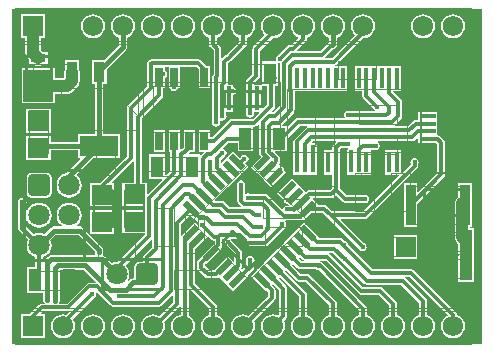
<source format=gtl>
G04*
G04 #@! TF.GenerationSoftware,Altium Limited,Altium Designer,20.0.9 (164)*
G04*
G04 Layer_Physical_Order=1*
G04 Layer_Color=255*
%FSLAX25Y25*%
%MOIN*%
G70*
G01*
G75*
%ADD10C,0.01000*%
%ADD12C,0.01575*%
%ADD14C,0.00787*%
%ADD15C,0.00394*%
%ADD16C,0.00197*%
%ADD34R,0.10000X0.10512*%
%ADD35R,0.05000X0.03000*%
%ADD36R,0.04055X0.07362*%
%ADD37R,0.06890X0.06693*%
%ADD38R,0.07480X0.08268*%
%ADD39R,0.07480X0.05906*%
%ADD40R,0.05315X0.01575*%
%ADD41R,0.04134X0.07087*%
G04:AMPARAMS|DCode=42|XSize=59.06mil|YSize=19.68mil|CornerRadius=0mil|HoleSize=0mil|Usage=FLASHONLY|Rotation=45.000|XOffset=0mil|YOffset=0mil|HoleType=Round|Shape=Rectangle|*
%AMROTATEDRECTD42*
4,1,4,-0.01392,-0.02784,-0.02784,-0.01392,0.01392,0.02784,0.02784,0.01392,-0.01392,-0.02784,0.0*
%
%ADD42ROTATEDRECTD42*%

G04:AMPARAMS|DCode=43|XSize=59.06mil|YSize=19.68mil|CornerRadius=0mil|HoleSize=0mil|Usage=FLASHONLY|Rotation=135.000|XOffset=0mil|YOffset=0mil|HoleType=Round|Shape=Rectangle|*
%AMROTATEDRECTD43*
4,1,4,0.02784,-0.01392,0.01392,-0.02784,-0.02784,0.01392,-0.01392,0.02784,0.02784,-0.01392,0.0*
%
%ADD43ROTATEDRECTD43*%

%ADD44R,0.03740X0.06890*%
%ADD45R,0.12598X0.06890*%
%ADD46R,0.01575X0.07087*%
%ADD47R,0.02559X0.06004*%
%ADD48R,0.01575X0.07874*%
%ADD49R,0.06693X0.06890*%
%ADD50R,0.03347X0.13504*%
%ADD51R,0.06791X0.06791*%
%ADD52C,0.06791*%
%ADD53C,0.05709*%
%ADD54C,0.07087*%
G04:AMPARAMS|DCode=55|XSize=70.87mil|YSize=70.87mil|CornerRadius=8.86mil|HoleSize=0mil|Usage=FLASHONLY|Rotation=270.000|XOffset=0mil|YOffset=0mil|HoleType=Round|Shape=RoundedRectangle|*
%AMROUNDEDRECTD55*
21,1,0.07087,0.05315,0,0,270.0*
21,1,0.05315,0.07087,0,0,270.0*
1,1,0.01772,-0.02657,-0.02657*
1,1,0.01772,-0.02657,0.02657*
1,1,0.01772,0.02657,0.02657*
1,1,0.01772,0.02657,-0.02657*
%
%ADD55ROUNDEDRECTD55*%
G04:AMPARAMS|DCode=56|XSize=70.87mil|YSize=70.87mil|CornerRadius=8.86mil|HoleSize=0mil|Usage=FLASHONLY|Rotation=180.000|XOffset=0mil|YOffset=0mil|HoleType=Round|Shape=RoundedRectangle|*
%AMROUNDEDRECTD56*
21,1,0.07087,0.05315,0,0,180.0*
21,1,0.05315,0.07087,0,0,180.0*
1,1,0.01772,-0.02657,0.02657*
1,1,0.01772,0.02657,0.02657*
1,1,0.01772,0.02657,-0.02657*
1,1,0.01772,-0.02657,-0.02657*
%
%ADD56ROUNDEDRECTD56*%
%ADD57C,0.01378*%
%ADD58C,0.03937*%
%ADD59C,0.01575*%
G36*
X157087Y394D02*
X394D01*
Y112205D01*
X157087D01*
Y394D01*
D02*
G37*
%LPC*%
G36*
X147480Y110320D02*
X146440Y110183D01*
X145470Y109781D01*
X144637Y109142D01*
X143998Y108309D01*
X143597Y107340D01*
X143460Y106299D01*
X143597Y105259D01*
X143998Y104289D01*
X144637Y103456D01*
X145470Y102817D01*
X146440Y102416D01*
X147480Y102279D01*
X148521Y102416D01*
X149491Y102817D01*
X150323Y103456D01*
X150962Y104289D01*
X151364Y105259D01*
X151501Y106299D01*
X151364Y107340D01*
X150962Y108309D01*
X150323Y109142D01*
X149491Y109781D01*
X148521Y110183D01*
X147480Y110320D01*
D02*
G37*
G36*
X137480D02*
X136440Y110183D01*
X135470Y109781D01*
X134637Y109142D01*
X133998Y108309D01*
X133597Y107340D01*
X133460Y106299D01*
X133597Y105259D01*
X133998Y104289D01*
X134637Y103456D01*
X135470Y102817D01*
X136440Y102416D01*
X137480Y102279D01*
X138521Y102416D01*
X139491Y102817D01*
X140323Y103456D01*
X140962Y104289D01*
X141364Y105259D01*
X141501Y106299D01*
X141364Y107340D01*
X140962Y108309D01*
X140323Y109142D01*
X139491Y109781D01*
X138521Y110183D01*
X137480Y110320D01*
D02*
G37*
G36*
X57480D02*
X56440Y110183D01*
X55470Y109781D01*
X54637Y109142D01*
X53998Y108309D01*
X53597Y107340D01*
X53460Y106299D01*
X53597Y105259D01*
X53998Y104289D01*
X54637Y103456D01*
X55470Y102817D01*
X56440Y102416D01*
X57480Y102279D01*
X58521Y102416D01*
X59491Y102817D01*
X60323Y103456D01*
X60962Y104289D01*
X61364Y105259D01*
X61501Y106299D01*
X61364Y107340D01*
X60962Y108309D01*
X60323Y109142D01*
X59491Y109781D01*
X58521Y110183D01*
X57480Y110320D01*
D02*
G37*
G36*
X47480D02*
X46440Y110183D01*
X45470Y109781D01*
X44637Y109142D01*
X43998Y108309D01*
X43597Y107340D01*
X43460Y106299D01*
X43597Y105259D01*
X43998Y104289D01*
X44637Y103456D01*
X45470Y102817D01*
X46440Y102416D01*
X47480Y102279D01*
X48521Y102416D01*
X49491Y102817D01*
X50323Y103456D01*
X50962Y104289D01*
X51364Y105259D01*
X51501Y106299D01*
X51364Y107340D01*
X50962Y108309D01*
X50323Y109142D01*
X49491Y109781D01*
X48521Y110183D01*
X47480Y110320D01*
D02*
G37*
G36*
X27480D02*
X26440Y110183D01*
X25470Y109781D01*
X24637Y109142D01*
X23998Y108309D01*
X23597Y107340D01*
X23460Y106299D01*
X23597Y105259D01*
X23998Y104289D01*
X24637Y103456D01*
X25470Y102817D01*
X26440Y102416D01*
X27480Y102279D01*
X28521Y102416D01*
X29491Y102817D01*
X30323Y103456D01*
X30962Y104289D01*
X31364Y105259D01*
X31501Y106299D01*
X31364Y107340D01*
X30962Y108309D01*
X30323Y109142D01*
X29491Y109781D01*
X28521Y110183D01*
X27480Y110320D01*
D02*
G37*
G36*
X117480D02*
X116440Y110183D01*
X115470Y109781D01*
X114637Y109142D01*
X113998Y108309D01*
X113597Y107340D01*
X113460Y106299D01*
X113597Y105259D01*
X113998Y104289D01*
X114637Y103456D01*
X114650Y103269D01*
X107174Y95793D01*
X104982D01*
X104906Y95975D01*
X107652Y98721D01*
X108080Y99007D01*
X108474Y99400D01*
X108778Y99856D01*
X108885Y100394D01*
Y102567D01*
X109491Y102817D01*
X110323Y103456D01*
X110962Y104289D01*
X111364Y105259D01*
X111501Y106299D01*
X111364Y107340D01*
X110962Y108309D01*
X110323Y109142D01*
X109491Y109781D01*
X108521Y110183D01*
X107480Y110320D01*
X106440Y110183D01*
X105470Y109781D01*
X104637Y109142D01*
X103998Y108309D01*
X103597Y107340D01*
X103460Y106299D01*
X103597Y105259D01*
X103998Y104289D01*
X104637Y103456D01*
X105470Y102817D01*
X106075Y102567D01*
Y100967D01*
X105807Y100566D01*
X103200Y97958D01*
X95336D01*
X95261Y98140D01*
X98403Y101282D01*
X98686Y101706D01*
X98785Y102205D01*
Y102525D01*
X99491Y102817D01*
X100323Y103456D01*
X100962Y104289D01*
X101364Y105259D01*
X101501Y106299D01*
X101364Y107340D01*
X100962Y108309D01*
X100323Y109142D01*
X99491Y109781D01*
X98521Y110183D01*
X97480Y110320D01*
X96440Y110183D01*
X95470Y109781D01*
X94637Y109142D01*
X93998Y108309D01*
X93597Y107340D01*
X93460Y106299D01*
X93597Y105259D01*
X93998Y104289D01*
X94637Y103456D01*
X95470Y102817D01*
X95856Y102657D01*
X95895Y102464D01*
X93554Y100124D01*
X93119D01*
X92620Y100024D01*
X92196Y99741D01*
X89234Y96779D01*
X88807Y96493D01*
X88502Y96038D01*
X88395Y95500D01*
X88502Y94962D01*
X88571Y94859D01*
X88478Y94685D01*
X83957D01*
Y86417D01*
X85494D01*
Y80252D01*
X83843Y78602D01*
X83661Y78677D01*
Y83253D01*
X83669Y83258D01*
X83974Y83714D01*
X84081Y84251D01*
X83974Y84789D01*
X83669Y85245D01*
X83661Y85250D01*
Y86811D01*
X81127D01*
Y87276D01*
X82812Y88961D01*
X83095Y89384D01*
X83194Y89883D01*
Y98123D01*
X87365Y102294D01*
X87480Y102279D01*
X88521Y102416D01*
X89491Y102817D01*
X90323Y103456D01*
X90962Y104289D01*
X91364Y105259D01*
X91501Y106299D01*
X91364Y107340D01*
X90962Y108309D01*
X90323Y109142D01*
X89491Y109781D01*
X88521Y110183D01*
X87480Y110320D01*
X86440Y110183D01*
X85470Y109781D01*
X84637Y109142D01*
X83998Y108309D01*
X83597Y107340D01*
X83460Y106299D01*
X83597Y105259D01*
X83998Y104289D01*
X84637Y103456D01*
X84650Y103268D01*
X80967Y99586D01*
X80685Y99162D01*
X80585Y98663D01*
Y90424D01*
X78900Y88739D01*
X78618Y88315D01*
X78518Y87816D01*
Y77767D01*
X78418Y77263D01*
X78525Y76725D01*
X78829Y76269D01*
X79285Y75964D01*
X79823Y75858D01*
X80361Y75964D01*
X80816Y76269D01*
X81121Y76725D01*
X81228Y77263D01*
X81160Y77604D01*
X81285Y77756D01*
X82740D01*
X82816Y77574D01*
X80677Y75435D01*
X73737D01*
X73238Y75336D01*
X72815Y75053D01*
X67129Y69368D01*
X66457D01*
Y71655D01*
X62717D01*
Y64470D01*
X64337D01*
X64412Y64289D01*
X63469Y63346D01*
X63287Y63421D01*
Y63583D01*
X59210D01*
X59128Y63779D01*
X59819Y64470D01*
X61457D01*
Y71655D01*
X57717D01*
Y66058D01*
X57436Y65777D01*
X57411Y65772D01*
X56988Y65489D01*
X56639Y65140D01*
X56457Y65215D01*
Y71655D01*
X52716D01*
Y64470D01*
X53282D01*
Y57936D01*
X51658Y56312D01*
X51476Y56388D01*
Y63583D01*
X46161D01*
Y55315D01*
X50404D01*
X50479Y55133D01*
X45556Y50210D01*
X45374Y50285D01*
Y54232D01*
X43726D01*
Y75542D01*
X50509Y82326D01*
X50792Y82749D01*
X50891Y83248D01*
Y85825D01*
X51457D01*
Y89015D01*
X51893Y89307D01*
X52198Y89762D01*
X52305Y90300D01*
X52198Y90838D01*
X51893Y91293D01*
X51457Y91585D01*
Y92790D01*
X52716D01*
Y85825D01*
X53023D01*
X53068Y85598D01*
X53373Y85142D01*
X53829Y84837D01*
X54366Y84730D01*
X54904Y84837D01*
X55360Y85142D01*
X55664Y85598D01*
X55710Y85825D01*
X56457D01*
Y92690D01*
X62060D01*
X62717Y92033D01*
Y85825D01*
X66457D01*
Y93010D01*
X65430D01*
X63523Y94917D01*
X63100Y95199D01*
X62600Y95299D01*
X56780D01*
X56778Y95300D01*
X56279Y95399D01*
X47224D01*
X46725Y95300D01*
X46435Y95106D01*
X46391Y95097D01*
X45936Y94793D01*
X45631Y94337D01*
X45609Y94224D01*
X45527Y94102D01*
X45428Y93602D01*
Y86303D01*
X39137Y80012D01*
X38854Y79589D01*
X38754Y79090D01*
Y62942D01*
X29946Y54134D01*
X26565D01*
Y46260D01*
X34636D01*
Y54134D01*
X33893D01*
X33818Y54316D01*
X40920Y61417D01*
X41117Y61336D01*
Y54232D01*
X37303D01*
Y46358D01*
X44854D01*
X44909Y46291D01*
Y45245D01*
X44854Y45177D01*
X37303D01*
Y37303D01*
X44854D01*
X44909Y37236D01*
Y36911D01*
X35748Y27750D01*
X35433Y27792D01*
X34354Y27650D01*
X33674Y27368D01*
X31466Y29576D01*
X31010Y29881D01*
X30637Y29955D01*
X30615Y29984D01*
X30562Y30171D01*
X30826Y30565D01*
X30933Y31102D01*
Y31890D01*
X30826Y32427D01*
X30521Y32883D01*
X24222Y39182D01*
X23766Y39487D01*
X23228Y39594D01*
X21801D01*
X21734Y39791D01*
X22474Y40359D01*
X23137Y41222D01*
X23553Y42228D01*
X23695Y43307D01*
X23553Y44386D01*
X23137Y45392D01*
X22474Y46255D01*
X21611Y46918D01*
X20605Y47335D01*
X19526Y47477D01*
X18447Y47335D01*
X17441Y46918D01*
X16578Y46255D01*
X15915Y45392D01*
X15498Y44386D01*
X15356Y43307D01*
X15498Y42228D01*
X15915Y41222D01*
X16578Y40359D01*
X17318Y39791D01*
X17251Y39594D01*
X14408D01*
X13870Y39487D01*
X13414Y39182D01*
X11285Y37053D01*
X10605Y37334D01*
X9526Y37477D01*
X8447Y37334D01*
X7666Y37011D01*
X5242Y39436D01*
Y42671D01*
X5438Y42683D01*
X5498Y42228D01*
X5915Y41222D01*
X6578Y40359D01*
X7441Y39696D01*
X8447Y39280D01*
X9526Y39138D01*
X10605Y39280D01*
X11611Y39696D01*
X12474Y40359D01*
X13137Y41222D01*
X13553Y42228D01*
X13695Y43307D01*
X13553Y44386D01*
X13137Y45392D01*
X12474Y46255D01*
X11611Y46918D01*
X10605Y47335D01*
X9526Y47477D01*
X8447Y47335D01*
X7441Y46918D01*
X6578Y46255D01*
X5915Y45392D01*
X5498Y44386D01*
X5438Y43931D01*
X5242Y43944D01*
Y47133D01*
X5342Y47638D01*
X5235Y48175D01*
X4930Y48631D01*
X4475Y48936D01*
X3937Y49043D01*
X3399Y48936D01*
X2944Y48631D01*
X2639Y48175D01*
X2532Y47638D01*
X2632Y47133D01*
Y38896D01*
X2732Y38397D01*
X3015Y37973D01*
X5822Y35166D01*
X5498Y34386D01*
X5356Y33307D01*
X5498Y32228D01*
X5915Y31222D01*
X6578Y30359D01*
X7441Y29696D01*
X8221Y29373D01*
Y25925D01*
X5571D01*
Y17382D01*
X10800D01*
Y15192D01*
X10907Y14654D01*
X11211Y14198D01*
X11372Y14091D01*
X11314Y13903D01*
X10382D01*
X9883Y13804D01*
X9460Y13521D01*
X6558Y10619D01*
X6335Y10285D01*
X3494D01*
Y2313D01*
X11467D01*
Y10285D01*
X10171D01*
X10096Y10467D01*
X10923Y11294D01*
X19291D01*
X19435Y11322D01*
X19532Y11141D01*
X18559Y10167D01*
X18521Y10183D01*
X17480Y10320D01*
X16440Y10183D01*
X15470Y9781D01*
X14637Y9142D01*
X13998Y8309D01*
X13597Y7340D01*
X13460Y6299D01*
X13597Y5259D01*
X13998Y4289D01*
X14637Y3456D01*
X15470Y2817D01*
X16440Y2416D01*
X17480Y2279D01*
X18521Y2416D01*
X19491Y2817D01*
X20323Y3456D01*
X20962Y4289D01*
X21364Y5259D01*
X21501Y6299D01*
X21364Y7340D01*
X20962Y8309D01*
X20714Y8633D01*
X28088Y16007D01*
X28371Y16430D01*
X28376Y16458D01*
X28463Y16588D01*
X28570Y17126D01*
X28463Y17664D01*
X28335Y17855D01*
X28488Y17981D01*
X33218Y13251D01*
X33641Y12968D01*
X34141Y12869D01*
X49606D01*
X50106Y12968D01*
X50529Y13251D01*
X54025Y16747D01*
X54207Y16672D01*
Y14320D01*
X49591Y9704D01*
X49491Y9781D01*
X48521Y10183D01*
X47480Y10320D01*
X46440Y10183D01*
X45470Y9781D01*
X44637Y9142D01*
X43998Y8309D01*
X43597Y7340D01*
X43460Y6299D01*
X43597Y5259D01*
X43998Y4289D01*
X44637Y3456D01*
X45470Y2817D01*
X46440Y2416D01*
X47480Y2279D01*
X48521Y2416D01*
X49491Y2817D01*
X50323Y3456D01*
X50962Y4289D01*
X51364Y5259D01*
X51501Y6299D01*
X51364Y7340D01*
X51233Y7656D01*
X56434Y12857D01*
X56516Y12979D01*
X56704Y12922D01*
Y10218D01*
X56440Y10183D01*
X55470Y9781D01*
X54637Y9142D01*
X53998Y8309D01*
X53597Y7340D01*
X53460Y6299D01*
X53597Y5259D01*
X53998Y4289D01*
X54637Y3456D01*
X55470Y2817D01*
X56440Y2416D01*
X57480Y2279D01*
X58521Y2416D01*
X59491Y2817D01*
X60323Y3456D01*
X60962Y4289D01*
X61364Y5259D01*
X61501Y6299D01*
X61364Y7340D01*
X60962Y8309D01*
X60323Y9142D01*
X59491Y9781D01*
X59313Y9855D01*
Y18865D01*
X59495Y18941D01*
X66176Y12260D01*
Y10074D01*
X65470Y9781D01*
X64637Y9142D01*
X63998Y8309D01*
X63597Y7340D01*
X63460Y6299D01*
X63597Y5259D01*
X63998Y4289D01*
X64637Y3456D01*
X65470Y2817D01*
X66440Y2416D01*
X67480Y2279D01*
X68521Y2416D01*
X69491Y2817D01*
X70323Y3456D01*
X70962Y4289D01*
X71364Y5259D01*
X71501Y6299D01*
X71364Y7340D01*
X70962Y8309D01*
X70323Y9142D01*
X69491Y9781D01*
X68785Y10074D01*
Y12800D01*
X68686Y13299D01*
X68403Y13723D01*
X61478Y20647D01*
Y32119D01*
X65726Y36366D01*
X66803Y35289D01*
X67227Y35006D01*
X67726Y34907D01*
X67996D01*
Y34183D01*
X63042Y29229D01*
X63233Y29038D01*
X62577Y28382D01*
X62295Y27959D01*
X62195Y27459D01*
Y25890D01*
X62295Y25390D01*
X62577Y24967D01*
X64845Y22700D01*
X65268Y22417D01*
X65768Y22318D01*
X68571D01*
X69070Y22417D01*
X69494Y22700D01*
X69571D01*
X69723Y22547D01*
X69723D01*
X71811Y20459D01*
X71951Y20320D01*
X72090Y20181D01*
X74178Y18093D01*
X79189Y23104D01*
X78998Y23295D01*
X80844Y25141D01*
X81126Y25565D01*
X81226Y26064D01*
Y27842D01*
X81326Y28346D01*
X81219Y28884D01*
X80915Y29340D01*
X80459Y29645D01*
X79921Y29751D01*
X79384Y29645D01*
X78928Y29340D01*
X78623Y28884D01*
X78516Y28346D01*
X78617Y27842D01*
Y26604D01*
X77270Y25258D01*
X77013Y25279D01*
X76962Y25331D01*
X76808Y25484D01*
X76808Y25560D01*
X77091Y25983D01*
X77190Y26483D01*
Y30807D01*
X77091Y31306D01*
X76808Y31730D01*
X73720Y34818D01*
X73457Y35211D01*
X73518Y35408D01*
X75827D01*
X77937Y33297D01*
X78360Y33015D01*
X78860Y32915D01*
X84920D01*
X85419Y33015D01*
X85843Y33297D01*
X91474Y38929D01*
X91756Y39352D01*
X91856Y39851D01*
Y40047D01*
X91956Y40551D01*
X91849Y41089D01*
X91633Y41412D01*
X91738Y41609D01*
X96771D01*
X97270Y41708D01*
X97641Y41956D01*
X97841Y41756D01*
X100155Y44071D01*
X104084D01*
X105770Y42385D01*
X105771Y42385D01*
X116044Y32111D01*
X116329Y31684D01*
X116785Y31379D01*
X117323Y31272D01*
X117860Y31379D01*
X118316Y31684D01*
X118621Y32140D01*
X118728Y32677D01*
X118621Y33215D01*
X118316Y33671D01*
X117889Y33956D01*
X110024Y41821D01*
X110100Y42002D01*
X118110D01*
X118609Y42102D01*
X119033Y42385D01*
X135568Y58920D01*
X135851Y59343D01*
X135950Y59842D01*
Y60519D01*
X136051Y61024D01*
X135944Y61561D01*
X135639Y62017D01*
X135183Y62322D01*
X134646Y62429D01*
X134108Y62322D01*
X133652Y62017D01*
X133348Y61561D01*
X133241Y61024D01*
X133341Y60519D01*
Y60383D01*
X130398Y57440D01*
X130217Y57516D01*
Y65158D01*
X124902D01*
Y56890D01*
X129591D01*
X129666Y56708D01*
X117570Y44612D01*
X107233D01*
X105547Y46298D01*
X105124Y46580D01*
X104625Y46680D01*
X103020D01*
X102852Y46767D01*
X102852Y46767D01*
X102852Y46767D01*
X100727Y48892D01*
X100808Y49089D01*
X106931D01*
X107430Y49188D01*
X107853Y49471D01*
X108366Y49984D01*
X110454Y47896D01*
X110877Y47614D01*
X111376Y47514D01*
X117606D01*
X118110Y47414D01*
X118648Y47521D01*
X119104Y47826D01*
X119408Y48281D01*
X119515Y48819D01*
X119408Y49356D01*
X119104Y49812D01*
X118648Y50117D01*
X118110Y50224D01*
X117606Y50124D01*
X111916D01*
X109671Y52369D01*
Y56890D01*
X109744D01*
Y65158D01*
X109744D01*
X109719Y65354D01*
X109989Y65624D01*
X112094D01*
X112308Y65582D01*
X112384Y65400D01*
X112222Y65158D01*
X112106D01*
Y64703D01*
X112079Y64567D01*
X112106Y64431D01*
Y56890D01*
X119980D01*
Y65158D01*
X120147Y65231D01*
X121149D01*
X121653Y65131D01*
X122191Y65237D01*
X122647Y65542D01*
X122951Y65998D01*
X123058Y66535D01*
X122951Y67073D01*
X122647Y67529D01*
X122256Y67790D01*
X122316Y67987D01*
X133907D01*
X134407Y68086D01*
X134830Y68369D01*
X135547Y69085D01*
X135729Y69010D01*
Y67310D01*
X141868D01*
X142298Y66881D01*
Y57450D01*
X135812Y50964D01*
X135630Y51039D01*
Y54016D01*
X131102D01*
Y39331D01*
X135630D01*
Y47092D01*
X144525Y55987D01*
X144808Y56410D01*
X144907Y56910D01*
Y67421D01*
X144808Y67921D01*
X144525Y68344D01*
X143258Y69611D01*
X142835Y69894D01*
X142335Y69993D01*
X142225D01*
Y74988D01*
Y77743D01*
X135729D01*
Y75111D01*
X135082D01*
X134583Y75012D01*
X134159Y74729D01*
X132389Y72958D01*
X127437D01*
X127417Y73155D01*
X127665Y73204D01*
X128088Y73487D01*
X130056Y75455D01*
X130339Y75879D01*
X130438Y76378D01*
Y81102D01*
X130339Y81602D01*
X130056Y82025D01*
X127584Y84497D01*
Y84842D01*
X128195D01*
X128202Y84837D01*
X128740Y84730D01*
X129278Y84837D01*
X129286Y84842D01*
X130217D01*
Y93110D01*
X121297D01*
X121161Y93137D01*
X121026Y93110D01*
X114665D01*
Y84842D01*
X117298D01*
Y82972D01*
X117397Y82473D01*
X117680Y82050D01*
X120768Y78962D01*
X121054Y78534D01*
X121444Y78273D01*
X121385Y78076D01*
X113103D01*
X112598Y78177D01*
X112061Y78070D01*
X111605Y77765D01*
X111300Y77309D01*
X111194Y76772D01*
X111300Y76234D01*
X111516Y75911D01*
X111411Y75714D01*
X95771D01*
X95271Y75615D01*
X94848Y75332D01*
X92249Y72733D01*
X92067Y72808D01*
Y73169D01*
X90647D01*
X90565Y73366D01*
X94230Y77030D01*
X94512Y77454D01*
X94612Y77953D01*
Y78308D01*
X94643Y78465D01*
Y84790D01*
X94686Y84842D01*
X112303D01*
Y93110D01*
X108282D01*
X108275Y93129D01*
X108250Y93307D01*
X108637Y93566D01*
X117365Y102294D01*
X117480Y102279D01*
X118521Y102416D01*
X119491Y102817D01*
X120323Y103456D01*
X120962Y104289D01*
X121364Y105259D01*
X121501Y106299D01*
X121364Y107340D01*
X120962Y108309D01*
X120323Y109142D01*
X119491Y109781D01*
X118521Y110183D01*
X117480Y110320D01*
D02*
G37*
G36*
X77480D02*
X76440Y110183D01*
X75470Y109781D01*
X74637Y109142D01*
X73998Y108309D01*
X73597Y107340D01*
X73460Y106299D01*
X73597Y105259D01*
X73998Y104289D01*
X74637Y103456D01*
X75470Y102817D01*
X76176Y102525D01*
Y101149D01*
X71847Y96820D01*
X71626Y96776D01*
X71202Y96493D01*
X70437Y95728D01*
X70255Y95803D01*
Y98819D01*
X70155Y99318D01*
X69873Y99741D01*
X68785Y100829D01*
Y102525D01*
X69491Y102817D01*
X70323Y103456D01*
X70962Y104289D01*
X71364Y105259D01*
X71501Y106299D01*
X71364Y107340D01*
X70962Y108309D01*
X70323Y109142D01*
X69491Y109781D01*
X68521Y110183D01*
X67480Y110320D01*
X66440Y110183D01*
X65470Y109781D01*
X64637Y109142D01*
X63998Y108309D01*
X63597Y107340D01*
X63460Y106299D01*
X63597Y105259D01*
X63998Y104289D01*
X64637Y103456D01*
X65470Y102817D01*
X66176Y102525D01*
Y100289D01*
X66275Y99789D01*
X66558Y99366D01*
X67646Y98278D01*
Y90404D01*
X67483Y90241D01*
X67200Y89818D01*
X67101Y89319D01*
X67195Y88844D01*
Y74805D01*
X67095Y74300D01*
X67202Y73762D01*
X67507Y73307D01*
X67962Y73002D01*
X68500Y72895D01*
X69038Y73002D01*
X69493Y73307D01*
X69798Y73762D01*
X69905Y74300D01*
X69805Y74805D01*
Y74926D01*
X69978Y75018D01*
X70033Y74981D01*
X70571Y74875D01*
X71109Y74981D01*
X71564Y75286D01*
X71869Y75742D01*
X71976Y76279D01*
X71876Y76784D01*
Y77756D01*
X74213D01*
Y83335D01*
X74275Y83348D01*
X74731Y83652D01*
X75035Y84108D01*
X75142Y84646D01*
X75035Y85183D01*
X74731Y85639D01*
X74275Y85944D01*
X74213Y85956D01*
Y86811D01*
X72478D01*
X72342Y87008D01*
X72420Y87402D01*
Y94021D01*
X72720Y94322D01*
X72942Y94366D01*
X73365Y94648D01*
X78482Y99765D01*
X78764Y100188D01*
X78864Y100687D01*
X78785Y101083D01*
Y102525D01*
X79491Y102817D01*
X80323Y103456D01*
X80962Y104289D01*
X81364Y105259D01*
X81501Y106299D01*
X81364Y107340D01*
X80962Y108309D01*
X80323Y109142D01*
X79491Y109781D01*
X78521Y110183D01*
X77480Y110320D01*
D02*
G37*
G36*
X11467Y110285D02*
X3494D01*
Y102313D01*
X4899D01*
Y97420D01*
X4987Y96752D01*
X5245Y96129D01*
X5655Y95595D01*
X6209Y95040D01*
Y93609D01*
X7690D01*
X8009Y93365D01*
X8632Y93107D01*
X9300Y93019D01*
X9968Y93107D01*
X10591Y93365D01*
X10910Y93609D01*
X12391D01*
Y97790D01*
X10760D01*
X10061Y98489D01*
Y102313D01*
X11467D01*
Y110285D01*
D02*
G37*
G36*
X22933Y95177D02*
X18012D01*
Y91888D01*
X17979Y91810D01*
X17891Y91142D01*
Y89042D01*
X17831Y88981D01*
X14890D01*
Y92291D01*
X3709D01*
Y80598D01*
X14890D01*
Y83819D01*
X18900D01*
X19568Y83907D01*
X20191Y84165D01*
X20725Y84575D01*
X22298Y86147D01*
X22708Y86682D01*
X22884Y87106D01*
X22933D01*
Y87226D01*
X22966Y87304D01*
X23054Y87972D01*
Y91142D01*
X22966Y91810D01*
X22933Y91888D01*
Y95177D01*
D02*
G37*
G36*
X13335Y78765D02*
X5265D01*
Y70891D01*
X13335D01*
Y78765D01*
D02*
G37*
G36*
X37480Y110320D02*
X36440Y110183D01*
X35470Y109781D01*
X34637Y109142D01*
X33998Y108309D01*
X33597Y107340D01*
X33460Y106299D01*
X33597Y105259D01*
X33998Y104289D01*
X34637Y103456D01*
X35470Y102817D01*
X36075Y102567D01*
Y100070D01*
X31182Y95177D01*
X27067D01*
Y87106D01*
X28123D01*
Y70374D01*
X22638D01*
Y67743D01*
X13335D01*
Y69709D01*
X5265D01*
Y61835D01*
X13335D01*
Y64934D01*
X22638D01*
Y62303D01*
X23248D01*
X23323Y62121D01*
X18550Y57348D01*
X18447Y57335D01*
X17441Y56918D01*
X16578Y56255D01*
X15915Y55392D01*
X15498Y54386D01*
X15356Y53307D01*
X15498Y52228D01*
X15915Y51222D01*
X16578Y50359D01*
X17441Y49696D01*
X18447Y49280D01*
X19526Y49138D01*
X20605Y49280D01*
X21611Y49696D01*
X22474Y50359D01*
X23137Y51222D01*
X23553Y52228D01*
X23695Y53307D01*
X23553Y54386D01*
X23137Y55392D01*
X22474Y56255D01*
X22003Y56617D01*
X21990Y56814D01*
X27479Y62303D01*
X36417D01*
Y70374D01*
X30933D01*
Y87106D01*
X31988D01*
Y92009D01*
X38474Y98495D01*
X38778Y98950D01*
X38885Y99488D01*
Y102567D01*
X39491Y102817D01*
X40323Y103456D01*
X40962Y104289D01*
X41364Y105259D01*
X41501Y106299D01*
X41364Y107340D01*
X40962Y108309D01*
X40323Y109142D01*
X39491Y109781D01*
X38521Y110183D01*
X37480Y110320D01*
D02*
G37*
G36*
X51457Y71655D02*
X47717D01*
Y64470D01*
X51457D01*
Y71655D01*
D02*
G37*
G36*
X12183Y57470D02*
X6868D01*
X6292Y57355D01*
X5804Y57029D01*
X5478Y56541D01*
X5363Y55965D01*
Y50650D01*
X5478Y50074D01*
X5804Y49585D01*
X6292Y49259D01*
X6868Y49144D01*
X12183D01*
X12759Y49259D01*
X13248Y49585D01*
X13574Y50074D01*
X13689Y50650D01*
Y55965D01*
X13574Y56541D01*
X13248Y57029D01*
X12759Y57355D01*
X12183Y57470D01*
D02*
G37*
G36*
X97841Y40921D02*
X95614Y38694D01*
Y38694D01*
X95614Y38694D01*
X93387Y36467D01*
X93387D01*
X93387Y36467D01*
X91299Y34379D01*
X91159Y34240D01*
X91020Y34100D01*
X89072Y32152D01*
X88932Y32013D01*
X88793Y31873D01*
X86844Y29925D01*
X86705Y29785D01*
X86566Y29646D01*
X84617Y27698D01*
X84478Y27558D01*
X84339Y27419D01*
X82390Y25470D01*
X82253Y25333D01*
X82112Y25192D01*
X80024Y23104D01*
X85035Y18093D01*
X85226Y18284D01*
X85703Y17807D01*
Y16288D01*
X79282Y9867D01*
X78521Y10183D01*
X77480Y10320D01*
X76440Y10183D01*
X75470Y9781D01*
X74637Y9142D01*
X73998Y8309D01*
X73597Y7340D01*
X73460Y6299D01*
X73597Y5259D01*
X73998Y4289D01*
X74637Y3456D01*
X75470Y2817D01*
X76440Y2416D01*
X77480Y2279D01*
X78521Y2416D01*
X79491Y2817D01*
X80323Y3456D01*
X80962Y4289D01*
X81364Y5259D01*
X81501Y6299D01*
X81364Y7340D01*
X81095Y7990D01*
X87930Y14826D01*
X88213Y15249D01*
X88313Y15748D01*
Y18347D01*
X88213Y18846D01*
X87930Y19270D01*
X87169Y20031D01*
Y20228D01*
X87239Y20297D01*
X87355Y20413D01*
X87551D01*
X89640Y18324D01*
Y10304D01*
X89227Y9890D01*
X88521Y10183D01*
X87480Y10320D01*
X86440Y10183D01*
X85470Y9781D01*
X84637Y9142D01*
X83998Y8309D01*
X83597Y7340D01*
X83460Y6299D01*
X83597Y5259D01*
X83998Y4289D01*
X84637Y3456D01*
X85470Y2817D01*
X86440Y2416D01*
X87480Y2279D01*
X88521Y2416D01*
X89491Y2817D01*
X90323Y3456D01*
X90962Y4289D01*
X91364Y5259D01*
X91501Y6299D01*
X91364Y7340D01*
X91072Y8045D01*
X91867Y8841D01*
X92150Y9264D01*
X92250Y9764D01*
Y18865D01*
X92150Y19364D01*
X91867Y19787D01*
X89396Y22258D01*
Y22455D01*
X89582Y22640D01*
X89779D01*
X96176Y16243D01*
Y10074D01*
X95470Y9781D01*
X94637Y9142D01*
X93998Y8309D01*
X93597Y7340D01*
X93460Y6299D01*
X93597Y5259D01*
X93998Y4289D01*
X94637Y3456D01*
X95470Y2817D01*
X96440Y2416D01*
X97480Y2279D01*
X98521Y2416D01*
X99491Y2817D01*
X100323Y3456D01*
X100962Y4289D01*
X101364Y5259D01*
X101501Y6299D01*
X101364Y7340D01*
X100962Y8309D01*
X100323Y9142D01*
X99491Y9781D01*
X98785Y10074D01*
Y16783D01*
X98686Y17282D01*
X98403Y17706D01*
X91624Y24485D01*
Y24682D01*
X91809Y24867D01*
X92006D01*
X95337Y21535D01*
X95761Y21253D01*
X96260Y21153D01*
X98432D01*
X106176Y13410D01*
Y10074D01*
X105470Y9781D01*
X104637Y9142D01*
X103998Y8309D01*
X103597Y7340D01*
X103460Y6299D01*
X103597Y5259D01*
X103998Y4289D01*
X104637Y3456D01*
X105470Y2817D01*
X106440Y2416D01*
X107480Y2279D01*
X108521Y2416D01*
X109491Y2817D01*
X110323Y3456D01*
X110962Y4289D01*
X111364Y5259D01*
X111501Y6299D01*
X111364Y7340D01*
X110962Y8309D01*
X110323Y9142D01*
X109491Y9781D01*
X108785Y10074D01*
Y13950D01*
X108686Y14449D01*
X108403Y14873D01*
X99895Y23380D01*
X99472Y23663D01*
X98972Y23763D01*
X96800D01*
X93851Y26712D01*
X93851Y26909D01*
X93943Y27002D01*
X94036Y27094D01*
X94233D01*
X95576Y25751D01*
X95999Y25468D01*
X96499Y25369D01*
X101786D01*
X102218Y25080D01*
X102756Y24973D01*
X102849Y24991D01*
X116176Y11664D01*
Y10074D01*
X115470Y9781D01*
X114637Y9142D01*
X113998Y8309D01*
X113597Y7340D01*
X113460Y6299D01*
X113597Y5259D01*
X113998Y4289D01*
X114637Y3456D01*
X115470Y2817D01*
X116440Y2416D01*
X117480Y2279D01*
X118521Y2416D01*
X119491Y2817D01*
X120323Y3456D01*
X120962Y4289D01*
X121364Y5259D01*
X121501Y6299D01*
X121364Y7340D01*
X120962Y8309D01*
X120323Y9142D01*
X119491Y9781D01*
X118785Y10074D01*
Y12205D01*
X118686Y12704D01*
X118403Y13127D01*
X103934Y27596D01*
X103511Y27878D01*
X103012Y27978D01*
X97039D01*
X96078Y28939D01*
Y29136D01*
X96263Y29321D01*
X96460D01*
X97176Y28605D01*
X97599Y28322D01*
X98099Y28223D01*
X105070D01*
X116007Y17286D01*
X116430Y17003D01*
X116929Y16904D01*
X122587D01*
X126176Y13316D01*
Y10074D01*
X125470Y9781D01*
X124637Y9142D01*
X123998Y8309D01*
X123597Y7340D01*
X123460Y6299D01*
X123597Y5259D01*
X123998Y4289D01*
X124637Y3456D01*
X125470Y2817D01*
X126440Y2416D01*
X127480Y2279D01*
X128521Y2416D01*
X129491Y2817D01*
X130323Y3456D01*
X130962Y4289D01*
X131364Y5259D01*
X131501Y6299D01*
X131364Y7340D01*
X130962Y8309D01*
X130323Y9142D01*
X129491Y9781D01*
X128785Y10074D01*
Y13856D01*
X128686Y14355D01*
X128403Y14778D01*
X124050Y19131D01*
X123627Y19414D01*
X123128Y19513D01*
X117470D01*
X106533Y30450D01*
X106183Y30684D01*
X106243Y30880D01*
X107432D01*
X110138Y28174D01*
X110424Y27747D01*
X110852Y27461D01*
X117778Y20534D01*
X118201Y20251D01*
X118701Y20152D01*
X130267D01*
X136176Y14243D01*
Y10074D01*
X135470Y9781D01*
X134637Y9142D01*
X133998Y8309D01*
X133597Y7340D01*
X133460Y6299D01*
X133597Y5259D01*
X133998Y4289D01*
X134637Y3456D01*
X135470Y2817D01*
X136440Y2416D01*
X137480Y2279D01*
X138521Y2416D01*
X139491Y2817D01*
X140323Y3456D01*
X140962Y4289D01*
X141364Y5259D01*
X141501Y6299D01*
X141364Y7340D01*
X140962Y8309D01*
X140323Y9142D01*
X139491Y9781D01*
X138785Y10074D01*
Y14784D01*
X138686Y15283D01*
X138403Y15706D01*
X131730Y22379D01*
X131306Y22662D01*
X131059Y22711D01*
X131078Y22908D01*
X132826D01*
X145686Y10048D01*
X145648Y9855D01*
X145470Y9781D01*
X144637Y9142D01*
X143998Y8309D01*
X143597Y7340D01*
X143460Y6299D01*
X143597Y5259D01*
X143998Y4289D01*
X144637Y3456D01*
X145470Y2817D01*
X146440Y2416D01*
X147480Y2279D01*
X148521Y2416D01*
X149491Y2817D01*
X150323Y3456D01*
X150962Y4289D01*
X151364Y5259D01*
X151501Y6299D01*
X151364Y7340D01*
X150962Y8309D01*
X150323Y9142D01*
X149491Y9781D01*
X148785Y10074D01*
Y10098D01*
X148686Y10598D01*
X148403Y11021D01*
X134289Y25135D01*
X133865Y25418D01*
X133366Y25517D01*
X120619D01*
X112329Y33807D01*
X112322Y33845D01*
X112017Y34301D01*
X111561Y34605D01*
X111524Y34613D01*
X110667Y35470D01*
X110243Y35752D01*
X109744Y35852D01*
X103026D01*
X102852Y35910D01*
X102852D01*
X102852Y35910D01*
X97841Y40921D01*
D02*
G37*
G36*
X34636Y45079D02*
X26565D01*
Y37205D01*
X34636D01*
Y45079D01*
D02*
G37*
G36*
X135630Y36811D02*
X127756D01*
Y28740D01*
X135630D01*
Y36811D01*
D02*
G37*
G36*
X153740Y54016D02*
X149213D01*
Y49412D01*
X148765Y49069D01*
X148355Y48535D01*
X148097Y47912D01*
X148009Y47244D01*
Y35967D01*
X148097Y35299D01*
X148355Y34677D01*
X148765Y34142D01*
X149292Y33615D01*
Y30376D01*
X149329D01*
Y29764D01*
X149215D01*
Y21220D01*
X154451D01*
Y25264D01*
X154492Y25569D01*
Y30376D01*
X154529D01*
Y38919D01*
X153172D01*
Y39331D01*
X153740D01*
Y54016D01*
D02*
G37*
G36*
X37480Y10320D02*
X36440Y10183D01*
X35470Y9781D01*
X34637Y9142D01*
X33998Y8309D01*
X33597Y7340D01*
X33460Y6299D01*
X33597Y5259D01*
X33998Y4289D01*
X34637Y3456D01*
X35470Y2817D01*
X36440Y2416D01*
X37480Y2279D01*
X38521Y2416D01*
X39491Y2817D01*
X40323Y3456D01*
X40962Y4289D01*
X41364Y5259D01*
X41501Y6299D01*
X41364Y7340D01*
X40962Y8309D01*
X40323Y9142D01*
X39491Y9781D01*
X38521Y10183D01*
X37480Y10320D01*
D02*
G37*
G36*
X27480D02*
X26440Y10183D01*
X25470Y9781D01*
X24637Y9142D01*
X23998Y8309D01*
X23597Y7340D01*
X23460Y6299D01*
X23597Y5259D01*
X23998Y4289D01*
X24637Y3456D01*
X25470Y2817D01*
X26440Y2416D01*
X27480Y2279D01*
X28521Y2416D01*
X29491Y2817D01*
X30323Y3456D01*
X30962Y4289D01*
X31364Y5259D01*
X31501Y6299D01*
X31364Y7340D01*
X30962Y8309D01*
X30323Y9142D01*
X29491Y9781D01*
X28521Y10183D01*
X27480Y10320D01*
D02*
G37*
%LPD*%
G36*
X89707Y94113D02*
X89800Y94095D01*
X89895Y93913D01*
Y84030D01*
X89868Y83894D01*
Y79902D01*
X87567Y77601D01*
X86790D01*
X86714Y77783D01*
X87721Y78790D01*
X88004Y79213D01*
X88103Y79712D01*
Y86417D01*
X89272D01*
Y89047D01*
X89297Y89173D01*
X89272Y89299D01*
Y94045D01*
X89424Y94170D01*
X89707Y94113D01*
D02*
G37*
G36*
X82947Y73759D02*
Y63861D01*
X83047Y63362D01*
X83329Y62939D01*
X83359Y62909D01*
X80024Y59573D01*
X82251Y57346D01*
X84339Y55258D01*
X84478Y55119D01*
X84617Y54980D01*
X86705Y52892D01*
X91716Y57903D01*
X91148Y58471D01*
X91082Y58805D01*
X90777Y59261D01*
X90321Y59566D01*
X89987Y59632D01*
X89396Y60223D01*
Y60419D01*
X89445Y60468D01*
X89728Y60891D01*
X89827Y61390D01*
Y62265D01*
X89728Y62764D01*
X89445Y63187D01*
X88188Y64444D01*
X88264Y64626D01*
X92067D01*
Y68861D01*
X96311Y73105D01*
X98970D01*
X98989Y72908D01*
X98742Y72859D01*
X98319Y72576D01*
X94648Y68906D01*
X94366Y68483D01*
X94266Y67983D01*
Y65158D01*
X94193D01*
Y56890D01*
X102067D01*
Y65158D01*
X101994D01*
Y65637D01*
X102094Y66142D01*
X101987Y66679D01*
X101682Y67135D01*
X101227Y67440D01*
X100689Y67547D01*
X100561Y67521D01*
X100468Y67695D01*
X100760Y67987D01*
X108383D01*
X108465Y67790D01*
X107444Y66769D01*
X107161Y66346D01*
X107062Y65847D01*
Y65158D01*
X104429D01*
Y56890D01*
X107062D01*
Y52369D01*
X106391Y51698D01*
X99606D01*
X99107Y51599D01*
X98684Y51316D01*
X98593Y51225D01*
X98397Y51221D01*
X96170Y53448D01*
Y53448D01*
X96170Y53448D01*
X93943Y55676D01*
X88932Y50665D01*
X91123Y48474D01*
X91113Y48425D01*
X91220Y47887D01*
X91525Y47431D01*
X91980Y47127D01*
X92518Y47020D01*
X92567Y47030D01*
X92866Y46731D01*
X92791Y46549D01*
X92630D01*
X92126Y46650D01*
X91588Y46543D01*
X91132Y46238D01*
X90828Y45782D01*
X90762Y45448D01*
X90548Y45383D01*
X85796Y50135D01*
X85373Y50418D01*
X84874Y50517D01*
X79680D01*
X79175Y50617D01*
X78637Y50511D01*
X78273Y50267D01*
X78076Y50372D01*
Y53039D01*
X78177Y53543D01*
X78070Y54081D01*
X77765Y54537D01*
X77309Y54841D01*
X76772Y54948D01*
X76234Y54841D01*
X75778Y54537D01*
X75474Y54081D01*
X75367Y53543D01*
X75467Y53039D01*
Y48228D01*
X75566Y47729D01*
X75849Y47306D01*
X76787Y46368D01*
X76711Y46187D01*
X72894D01*
X71308Y47773D01*
X70884Y48056D01*
X70385Y48155D01*
X68154D01*
X68028Y48343D01*
X68053Y48438D01*
X68184Y48569D01*
X70280Y50665D01*
X72507Y52892D01*
X72507D01*
X72507Y52892D01*
X74734Y55119D01*
X74734D01*
X74734Y55119D01*
X76822Y57207D01*
X76960Y57344D01*
X77101Y57485D01*
X79189Y59573D01*
X78177Y60584D01*
X78518Y60926D01*
X78946Y61211D01*
X79251Y61667D01*
X79358Y62205D01*
X79251Y62742D01*
X78946Y63198D01*
X78490Y63503D01*
X77953Y63610D01*
X77415Y63503D01*
X76959Y63198D01*
X76674Y62770D01*
X76332Y62429D01*
X74178Y64584D01*
X72090Y62496D01*
X71974Y62380D01*
X71811Y62218D01*
X70187Y60593D01*
X70005Y60669D01*
Y61763D01*
X71137Y62894D01*
X71564Y63180D01*
X71869Y63636D01*
X71976Y64173D01*
X71869Y64711D01*
X71564Y65167D01*
X71109Y65471D01*
X70777Y65537D01*
X70720Y65725D01*
X72565Y67570D01*
X75650D01*
Y64626D01*
X80886D01*
Y72826D01*
X81217D01*
X81717Y72926D01*
X82140Y73208D01*
X82766Y73834D01*
X82947Y73759D01*
D02*
G37*
G36*
X61372Y41756D02*
X61563Y41947D01*
X62110Y41400D01*
X62529Y41120D01*
X62573Y41087D01*
X62638Y40930D01*
X62481Y40695D01*
X62381Y40190D01*
X62203Y40090D01*
X61372Y40921D01*
X56998Y36547D01*
X56816Y36623D01*
Y40367D01*
X59789Y43339D01*
X61372Y41756D01*
D02*
G37*
G36*
X28123Y31308D02*
Y31102D01*
X28230Y30565D01*
X28484Y30185D01*
X28388Y29988D01*
X13363D01*
X12826Y29881D01*
X12370Y29576D01*
X11211Y28417D01*
X11027Y28142D01*
X10830Y28202D01*
Y29373D01*
X11611Y29696D01*
X12474Y30359D01*
X13137Y31222D01*
X13553Y32228D01*
X13695Y33307D01*
X13553Y34386D01*
X13272Y35066D01*
X14990Y36784D01*
X22646D01*
X28123Y31308D01*
D02*
G37*
G36*
X71425Y35211D02*
X71143Y34790D01*
X71036Y34252D01*
X71143Y33714D01*
X71447Y33259D01*
X71875Y32973D01*
X74581Y30267D01*
Y27969D01*
X74399Y27893D01*
X72507Y29785D01*
X67649Y24927D01*
X66308D01*
X64805Y26430D01*
Y26919D01*
X65078Y27193D01*
X65269Y27002D01*
X70280Y32013D01*
X70089Y32204D01*
X70223Y32338D01*
X70506Y32761D01*
X70605Y33260D01*
Y35408D01*
X71364D01*
X71425Y35211D01*
D02*
G37*
G36*
X47074Y35108D02*
Y32778D01*
X44511Y30214D01*
X44228Y29791D01*
X44129Y29291D01*
Y27785D01*
X42776D01*
X42200Y27670D01*
X41711Y27344D01*
X41385Y26856D01*
X41270Y26280D01*
Y22332D01*
X40907D01*
X40369Y22225D01*
X39914Y21920D01*
X37902Y19909D01*
X37708D01*
X37641Y20106D01*
X38381Y20674D01*
X39044Y21537D01*
X39461Y22543D01*
X39603Y23622D01*
X39461Y24701D01*
X39044Y25707D01*
X38381Y26570D01*
X38374Y26686D01*
X46877Y35190D01*
X47074Y35108D01*
D02*
G37*
G36*
X28515Y21073D02*
X28440Y20891D01*
X26280D01*
X25780Y20792D01*
X25357Y20509D01*
X18751Y13903D01*
X16183D01*
X16090Y14077D01*
X16259Y14329D01*
X16366Y14867D01*
Y25110D01*
X16465Y25209D01*
X24379D01*
X28515Y21073D01*
D02*
G37*
D10*
X4526Y28307D02*
X14526D01*
X4526D02*
Y58307D01*
X14526D01*
X24526Y48307D02*
Y58307D01*
X14526D02*
X24526D01*
X14526Y28307D02*
X24526D01*
Y58307D01*
X40433Y18622D02*
X50433Y18622D01*
X50433Y28622D02*
X50433Y18622D01*
X30433Y18622D02*
X50433Y18622D01*
X30433Y28622D02*
X50433Y28622D01*
X30433Y18622D02*
Y28622D01*
X137794Y43409D02*
X152006D01*
Y51991D01*
X137794D02*
X152006D01*
X137794Y43409D02*
Y51991D01*
X5009Y82088D02*
Y96300D01*
X13591D01*
Y82088D02*
Y96300D01*
X5009Y82088D02*
X13591D01*
X71260Y84842D02*
X83858D01*
Y79724D02*
Y84842D01*
X71260Y79724D02*
X83858D01*
X71260D02*
Y84842D01*
X73936Y37951D02*
X82844Y29042D01*
X70317Y34332D02*
X73936Y37951D01*
X70317Y34332D02*
X79225Y25423D01*
X82844Y29042D01*
D12*
X14961Y14867D02*
Y25692D01*
X15883Y26614D01*
X24961D01*
X33071Y18504D01*
X38484D02*
X40907Y20927D01*
X33071Y18504D02*
X38484D01*
X40907Y20927D02*
X42738D01*
X45433Y23622D01*
X35433Y23622D02*
X35433D01*
X12205Y27424D02*
X13363Y28583D01*
X30472D01*
X12205Y15192D02*
Y27424D01*
X30472Y28583D02*
X35433Y23622D01*
X29528Y31102D02*
Y31890D01*
X23228Y38189D02*
X29528Y31890D01*
X14408Y38189D02*
X23228D01*
X9526Y33307D02*
X14408Y38189D01*
X19526Y56337D02*
X29528Y66339D01*
X19526Y53307D02*
Y56337D01*
X29528Y66339D02*
Y91142D01*
Y91535D02*
X37480Y99488D01*
X29528Y91142D02*
Y91535D01*
X37480Y99488D02*
Y106299D01*
X107087Y100000D02*
X107480Y100394D01*
Y106299D01*
X9100Y65600D02*
X9839Y66339D01*
X29528D01*
D14*
X154823Y57468D02*
Y90145D01*
X136909Y57468D02*
X154823D01*
X136909D02*
Y89948D01*
Y90145D02*
X154823D01*
D15*
X2480Y1299D02*
Y11299D01*
Y1299D02*
X152480D01*
Y11299D01*
X2480D02*
X152480D01*
X2480Y101299D02*
Y111299D01*
Y101299D02*
X152480D01*
Y111299D01*
X2480D02*
X152480D01*
X44193Y82598D02*
X49193Y87598D01*
X44193D02*
X89665D01*
Y58071D02*
Y87598D01*
X44193Y58071D02*
X89665D01*
X44193D02*
Y87598D01*
X140021Y37797D02*
X152619D01*
Y31498D02*
Y37797D01*
X140021Y31498D02*
X152619D01*
X140021D02*
Y37797D01*
X12450Y64001D02*
Y76599D01*
X6150Y64001D02*
X12450D01*
X6150D02*
Y76599D01*
X12450D01*
X10351D02*
X12450Y74501D01*
X48524Y56299D02*
X60925D01*
X48524D02*
Y62598D01*
X60925D01*
Y56299D02*
Y62598D01*
X60119Y41339D02*
X79606Y60826D01*
X99094Y41339D01*
X79606Y21851D02*
X99094Y41339D01*
X60119D02*
X79606Y21851D01*
X62346Y39112D02*
Y43566D01*
X42323Y71850D02*
Y85630D01*
X16732Y71850D02*
X42323D01*
X16732D02*
Y85630D01*
X42323D01*
X33268D02*
X42323Y76575D01*
X132283Y64567D02*
Y85433D01*
X92126Y64567D02*
X132283D01*
X92126D02*
Y85433D01*
X132283D01*
X129724D02*
X132283Y82874D01*
X66732Y71063D02*
Y86417D01*
X47441Y71063D02*
X66732D01*
X47441D02*
Y86417D01*
X66732D01*
X61732D02*
X66732Y81417D01*
X7480Y24803D02*
X20079D01*
Y18504D02*
Y24803D01*
X7480Y18504D02*
X20079D01*
X7480D02*
Y24803D01*
X120866Y33827D02*
X122965Y35925D01*
X120866Y29626D02*
Y35925D01*
Y29626D02*
X133465D01*
Y35925D01*
X120866D02*
X133465D01*
X42390Y52067D02*
X44488Y49968D01*
X38189Y52067D02*
X44488D01*
X38189Y39469D02*
Y52067D01*
Y39469D02*
X44488D01*
Y52067D01*
X133465Y40295D02*
X151378D01*
X133465D02*
Y53051D01*
X151378D01*
Y40295D02*
Y53051D01*
X101575Y40551D02*
X107874D01*
X101575D02*
Y53150D01*
X107874D01*
Y40551D02*
Y53150D01*
X74508Y87402D02*
Y93701D01*
Y87402D02*
X86910D01*
Y93701D01*
X74508D02*
X86910D01*
X90158Y65748D02*
Y72047D01*
X77559D02*
X90158D01*
X77559Y65748D02*
Y72047D01*
Y65748D02*
X90158D01*
X133366Y29626D02*
Y35925D01*
X120965Y29626D02*
X133366D01*
X120965D02*
Y35925D01*
X133366D01*
X139944Y22343D02*
Y28642D01*
Y22343D02*
X152542D01*
Y28642D01*
X139944D02*
X152542D01*
X37795Y39469D02*
X44094D01*
X37795D02*
Y51870D01*
X44094D01*
Y39469D02*
Y51870D01*
X7480Y87402D02*
Y93701D01*
X20079D01*
Y87402D02*
Y93701D01*
X7480Y87402D02*
X20079D01*
X114961Y44882D02*
Y57480D01*
Y44882D02*
X121260D01*
Y57480D01*
X114961D02*
X121260D01*
X114961Y55382D02*
X117059Y57480D01*
X126772Y44882D02*
Y57480D01*
Y44882D02*
X133071D01*
Y57480D01*
X126772D02*
X133071D01*
X126772Y55382D02*
X128870Y57480D01*
X33750Y39370D02*
Y51968D01*
X27451Y39370D02*
X33750D01*
X27451D02*
Y51968D01*
X33750D01*
X31652D02*
X33750Y49870D01*
X116240Y63779D02*
X128642D01*
Y70079D01*
X116240D02*
X128642D01*
X116240Y63779D02*
Y70079D01*
Y73622D02*
X128642D01*
Y79921D01*
X116240D02*
X128642D01*
X116240Y73622D02*
Y79921D01*
X54331Y18898D02*
X66732D01*
Y25197D01*
X54331D02*
X66732D01*
X54331Y18898D02*
Y25197D01*
X27845Y39272D02*
Y51673D01*
Y39272D02*
X34144D01*
Y51673D01*
X27845D02*
X34144D01*
X6066Y65985D02*
Y78387D01*
Y65985D02*
X12365D01*
Y78387D01*
X6066D02*
X12365D01*
X84744Y33169D02*
X97146D01*
Y39469D01*
X84744D02*
X97146D01*
X84744Y33169D02*
Y39469D01*
X84252Y42323D02*
X96653D01*
Y48622D01*
X84252D02*
X96653D01*
X84252Y42323D02*
Y48622D01*
X29232Y34646D02*
X41634D01*
X29232Y28346D02*
Y34646D01*
Y28346D02*
X41634D01*
Y34646D01*
X101575Y66535D02*
Y79134D01*
Y66535D02*
X107874D01*
Y79134D01*
X101575D02*
X107874D01*
X109055Y88583D02*
X121653D01*
Y94882D01*
X109055D02*
X121653D01*
X109055Y88583D02*
Y94882D01*
X138386Y36614D02*
X150984D01*
X138386Y30315D02*
Y36614D01*
Y30315D02*
X150984D01*
Y36614D01*
X34646Y56693D02*
Y69291D01*
X28346D02*
X34646D01*
X28346Y56693D02*
Y69291D01*
Y56693D02*
X34646D01*
X54331Y33071D02*
Y45669D01*
X48031D02*
X54331D01*
X48031Y33071D02*
Y45669D01*
Y33071D02*
X54331Y33071D01*
X58071Y30906D02*
Y43504D01*
Y30906D02*
X64370D01*
Y43504D01*
X58071D02*
X64370D01*
D16*
X1496Y315D02*
Y12284D01*
Y315D02*
X153465D01*
Y12284D01*
X1496D02*
X153465D01*
X1496Y100315D02*
Y112284D01*
Y100315D02*
X153465D01*
Y112284D01*
X1496D02*
X153465D01*
D34*
X9300Y86444D02*
D03*
D35*
Y95700D02*
D03*
D36*
X140729Y34647D02*
D03*
X151910D02*
D03*
X8189Y21654D02*
D03*
X19370D02*
D03*
X78268Y68898D02*
D03*
X89449D02*
D03*
X151833Y25492D02*
D03*
X140652D02*
D03*
D37*
X9300Y74828D02*
D03*
Y65772D02*
D03*
X41339Y41240D02*
D03*
Y50295D02*
D03*
X30601Y50197D02*
D03*
Y41142D02*
D03*
D38*
X149606Y60618D02*
D03*
Y86995D02*
D03*
D39*
Y69869D02*
D03*
Y77743D02*
D03*
D40*
X138977Y73806D02*
D03*
Y76366D02*
D03*
Y71247D02*
D03*
Y78925D02*
D03*
Y68688D02*
D03*
D41*
X60630Y59449D02*
D03*
X48819D02*
D03*
X86614Y90551D02*
D03*
X74803D02*
D03*
D42*
X59980Y37302D02*
D03*
X62207Y35075D02*
D03*
X64434Y32848D02*
D03*
X66661Y30621D02*
D03*
X68888Y28394D02*
D03*
X71115Y26166D02*
D03*
X73343Y23939D02*
D03*
X75570Y21712D02*
D03*
X99233Y45375D02*
D03*
X97006Y47602D02*
D03*
X94779Y49829D02*
D03*
X92551Y52056D02*
D03*
X90324Y54284D02*
D03*
X88097Y56511D02*
D03*
X85870Y58738D02*
D03*
X83643Y60965D02*
D03*
D43*
Y21712D02*
D03*
X85870Y23939D02*
D03*
X88097Y26166D02*
D03*
X90324Y28394D02*
D03*
X92551Y30621D02*
D03*
X94779Y32848D02*
D03*
X97006Y35075D02*
D03*
X99233Y37302D02*
D03*
X75570Y60965D02*
D03*
X73343Y58738D02*
D03*
X71115Y56511D02*
D03*
X68888Y54284D02*
D03*
X66661Y52056D02*
D03*
X64434Y49829D02*
D03*
X62207Y47602D02*
D03*
X59980Y45375D02*
D03*
D44*
X38583Y91142D02*
D03*
X29528D02*
D03*
X20472D02*
D03*
D45*
X29528Y66339D02*
D03*
D46*
X128839Y88976D02*
D03*
X126279D02*
D03*
X123721D02*
D03*
X121161D02*
D03*
X118602D02*
D03*
X116043D02*
D03*
X113484D02*
D03*
X110925D02*
D03*
X108366D02*
D03*
X105807D02*
D03*
X103248D02*
D03*
X100689D02*
D03*
X98130D02*
D03*
X95571D02*
D03*
Y61024D02*
D03*
X98130D02*
D03*
X100689D02*
D03*
X103248D02*
D03*
X105807D02*
D03*
X108366D02*
D03*
X110925D02*
D03*
X113484D02*
D03*
X116043D02*
D03*
X118602D02*
D03*
X121161D02*
D03*
X123721D02*
D03*
X126279D02*
D03*
X128839D02*
D03*
D47*
X64587Y89417D02*
D03*
X59587D02*
D03*
X54587D02*
D03*
X49587D02*
D03*
Y68063D02*
D03*
X54587D02*
D03*
X59587D02*
D03*
X64587D02*
D03*
D48*
X82284Y82284D02*
D03*
X77559D02*
D03*
X72835D02*
D03*
D49*
X131693Y32776D02*
D03*
X122638D02*
D03*
D50*
X151476Y46673D02*
D03*
X133366D02*
D03*
D51*
X7480Y6299D02*
D03*
Y106299D02*
D03*
D52*
X17480Y6299D02*
D03*
X27480D02*
D03*
X37480D02*
D03*
X47480D02*
D03*
X57480D02*
D03*
X67480D02*
D03*
X77480D02*
D03*
X87480D02*
D03*
X97480D02*
D03*
X107480D02*
D03*
X117480D02*
D03*
X127480D02*
D03*
X137480D02*
D03*
X147480D02*
D03*
X17480Y106299D02*
D03*
X27480D02*
D03*
X37480D02*
D03*
X47480D02*
D03*
X57480D02*
D03*
X67480D02*
D03*
X77480D02*
D03*
X87480D02*
D03*
X97480D02*
D03*
X107480D02*
D03*
X117480D02*
D03*
X127480D02*
D03*
X137480D02*
D03*
X147480D02*
D03*
D53*
X138977Y83649D02*
D03*
Y63964D02*
D03*
D54*
X149606Y60027D02*
D03*
Y87586D02*
D03*
X19526Y53307D02*
D03*
X9526Y43307D02*
D03*
Y33307D02*
D03*
X19526D02*
D03*
Y43307D02*
D03*
X35433Y23622D02*
D03*
D55*
X9526Y53307D02*
D03*
D56*
X45433Y23622D02*
D03*
D57*
X7480Y6299D02*
Y9696D01*
X10382Y12598D02*
X19291D01*
X7480Y9696D02*
X10382Y12598D01*
X27165Y16929D02*
Y17126D01*
X17480Y7244D02*
X27165Y16929D01*
X19291Y12598D02*
X26280Y19587D01*
X28727D01*
X34141Y14173D01*
X49606D01*
X36220Y16535D02*
X47934D01*
X50787Y19389D01*
Y46673D01*
X17480Y6299D02*
Y7244D01*
X86799Y87980D02*
X87992Y89173D01*
X86799Y79712D02*
Y87980D01*
X81217Y74131D02*
X86799Y79712D01*
X73737Y74131D02*
X81217D01*
X84252Y63861D02*
X85396Y62718D01*
X86139Y76296D02*
X88107D01*
X84252Y74410D02*
X86139Y76296D01*
X84252Y63861D02*
Y74410D01*
X107714Y94488D02*
X119525Y106299D01*
X87123Y74131D02*
X89485D01*
X86221Y73228D02*
X87123Y74131D01*
X86221Y64567D02*
Y73228D01*
X88522Y61390D02*
Y62265D01*
X86221Y64567D02*
X88522Y62265D01*
X58008Y7087D02*
Y35331D01*
X57480Y6558D02*
X58008Y7087D01*
X57480Y6299D02*
Y6558D01*
X55512Y13780D02*
Y40907D01*
X48031Y6299D02*
X55512Y13780D01*
X47480Y6299D02*
X48031D01*
X58008Y35331D02*
X58898Y36220D01*
X60174Y33042D02*
X62207Y35075D01*
X60174Y20107D02*
Y33042D01*
Y20107D02*
X67480Y12800D01*
Y6299D02*
Y12800D01*
X83643Y21712D02*
X87008Y18347D01*
Y15748D02*
Y18347D01*
X77559Y6299D02*
X87008Y15748D01*
X77480Y6299D02*
X77559D01*
X85870Y23939D02*
X90945Y18865D01*
Y9764D02*
Y18865D01*
X87480Y6299D02*
X90945Y9764D01*
X88097Y26166D02*
X97480Y16783D01*
Y6299D02*
Y16783D01*
X98972Y22458D02*
X107480Y13950D01*
Y6299D02*
Y13950D01*
X96499Y26673D02*
X103012D01*
X117480Y12205D01*
Y6299D02*
Y12205D01*
X123128Y18209D02*
X127480Y13856D01*
Y6299D02*
Y13856D01*
X130807Y21457D02*
X137480Y14784D01*
Y6299D02*
Y14784D01*
X133366Y24213D02*
X147480Y10098D01*
Y6299D02*
Y10098D01*
X103740Y96653D02*
X107087Y100000D01*
X94095Y98819D02*
X97480Y102205D01*
Y106299D01*
X81890Y98663D02*
X87480Y104254D01*
Y106299D01*
X72443Y95571D02*
X77559Y100687D01*
X77480Y100766D02*
X77559Y100687D01*
X77480Y100766D02*
Y106299D01*
X68950Y89864D02*
Y98819D01*
X67480Y100289D02*
X68950Y98819D01*
X67480Y100289D02*
Y106299D01*
X94329Y45245D02*
X94488Y45085D01*
X54331Y89161D02*
X54366Y89126D01*
X93307Y93131D02*
X94664Y94488D01*
X89485Y74131D02*
X93307Y77953D01*
Y84821D02*
X93338Y84790D01*
X87976Y60843D02*
X88522Y61390D01*
X93307Y84821D02*
Y93131D01*
Y77953D02*
Y78434D01*
X93338Y78465D01*
X94664Y94488D02*
X107714D01*
X93338Y78465D02*
Y84790D01*
X93119Y98819D02*
X94095D01*
X89800Y95500D02*
X93119Y98819D01*
X92206Y95106D02*
X92220D01*
X91200Y94100D02*
X92206Y95106D01*
X91200Y83921D02*
Y94100D01*
X91173Y83894D02*
X91200Y83921D01*
X68500Y74300D02*
Y89224D01*
X68405Y89319D02*
X68500Y89224D01*
X68405Y89319D02*
X68950Y89864D01*
X70571Y76279D02*
Y86857D01*
X99895Y32185D02*
X107973D01*
X76772Y48228D02*
Y53543D01*
Y48228D02*
X77953Y47047D01*
X84920Y34220D02*
X90551Y39851D01*
X78860Y34220D02*
X84920D01*
X76367Y36713D02*
X78860Y34220D01*
X69802Y36713D02*
X76367D01*
X75886Y26483D02*
Y30807D01*
X72441Y34252D02*
X75886Y30807D01*
X63500Y27459D02*
X66661Y30621D01*
X63500Y25890D02*
Y27459D01*
Y25890D02*
X65768Y23622D01*
X109744Y34547D02*
X120079Y24213D01*
X143602Y56910D02*
Y67421D01*
X133366Y46673D02*
X143602Y56910D01*
X134646Y59842D02*
Y61024D01*
X118110Y43307D02*
X134646Y59842D01*
X106693Y43307D02*
X118110D01*
X72025Y68875D02*
X79055D01*
X92220Y95106D02*
X93767Y96653D01*
X103740D01*
X91173Y79362D02*
Y83894D01*
X88107Y76296D02*
X91173Y79362D01*
X67726Y36211D02*
X69301D01*
X63779Y40157D02*
X67726Y36211D01*
X55512Y40907D02*
X59980Y45375D01*
X63032Y42323D02*
X65463D01*
X59980Y45375D02*
X63032Y42323D01*
X78926Y44841D02*
X79921D01*
X81455Y43307D01*
X82677D01*
X77953Y47047D02*
X79990D01*
X80031Y47006D01*
X78885Y44882D02*
X78926Y44841D01*
X80072Y47047D02*
X83977D01*
X80031Y47006D02*
X80072Y47047D01*
X72354Y44882D02*
X78885D01*
X70385Y46850D02*
X72354Y44882D01*
X67413Y46850D02*
X70385D01*
X71457Y42717D02*
X77362D01*
X69488Y44685D02*
X71457Y42717D01*
X65124Y44685D02*
X69488D01*
X77362Y42717D02*
X80709Y39370D01*
X83465D01*
X83977Y47047D02*
X85925Y45099D01*
X84874Y49213D02*
X91173Y42913D01*
X79175Y49213D02*
X84874D01*
X85925Y38681D02*
Y45099D01*
X83629Y36385D02*
X85925Y38681D01*
X79756Y36385D02*
X83629D01*
X75590Y40551D02*
X79756Y36385D01*
X67235Y40551D02*
X75590D01*
X65463Y42323D02*
X67235Y40551D01*
X62207Y47602D02*
X65124Y44685D01*
X64434Y49829D02*
X67413Y46850D01*
X91173Y42913D02*
X96771D01*
X45433Y29291D02*
X48379Y32237D01*
X106931Y50394D02*
X108366Y51829D01*
X99606Y50394D02*
X106931D01*
X97006Y47793D02*
X99606Y50394D01*
X97006Y47602D02*
Y47793D01*
X106693Y43307D02*
X117323Y32677D01*
X104625Y45375D02*
X106693Y43307D01*
X92126Y45245D02*
X94329D01*
X94488Y45085D02*
X97006Y47602D01*
X90551Y39851D02*
Y40551D01*
X96771Y42913D02*
X99233Y45375D01*
X104625D01*
X69301Y36211D02*
X69802Y36713D01*
X68571Y23622D02*
X71115Y26166D01*
X65768Y23622D02*
X68571D01*
X69301Y33260D02*
Y36211D01*
X66661Y30621D02*
X69301Y33260D01*
X3937Y38896D02*
Y47638D01*
Y38896D02*
X9526Y33307D01*
Y22990D02*
Y33307D01*
X111417Y28740D02*
X118701Y21457D01*
X107973Y32185D02*
X111417Y28740D01*
X49606Y14173D02*
X53347Y17913D01*
Y45472D01*
X50787Y46673D02*
X57421Y53307D01*
X56949Y56696D02*
Y63605D01*
X48425Y48172D02*
X56949Y56696D01*
X48425Y36385D02*
Y48172D01*
X58268Y50394D02*
X59416D01*
X53347Y45472D02*
X58268Y50394D01*
X48379Y36339D02*
X48425Y36385D01*
X48379Y32237D02*
Y36339D01*
X46213Y45245D02*
Y46291D01*
Y45245D02*
X46260Y45198D01*
Y37282D02*
Y45198D01*
X46213Y37236D02*
X46260Y37282D01*
X46213Y36319D02*
Y37236D01*
X46260Y49069D02*
X54587Y57396D01*
X46260Y46337D02*
Y49069D01*
X46213Y46291D02*
X46260Y46337D01*
X57421Y53307D02*
X60957D01*
X64434Y49829D01*
X54587Y57396D02*
Y68063D01*
X76713Y60965D02*
X77953Y62205D01*
X75570Y60965D02*
X76713D01*
X68701Y58925D02*
X71115Y56511D01*
X68701Y58925D02*
Y62303D01*
X70571Y64173D01*
X66734Y63585D02*
X72025Y68875D01*
X65553Y63585D02*
X66734D01*
X66535Y56637D02*
Y60965D01*
Y56637D02*
X68888Y54284D01*
X64173Y54545D02*
X64475Y54243D01*
X64173Y54545D02*
Y62205D01*
X65553Y63585D01*
X71115Y87402D02*
Y94562D01*
X70571Y86857D02*
X71115Y87402D01*
X95771Y74410D02*
X127165D01*
X90236Y68875D02*
X95771Y74410D01*
X86614Y90551D02*
X87992Y89173D01*
X83643Y60965D02*
X85396Y62718D01*
X79823Y77263D02*
Y87816D01*
X81890Y89883D01*
X71115Y94562D02*
X72125Y95571D01*
X64587Y89417D02*
Y92008D01*
X62600Y93994D02*
X64587Y92008D01*
X46929Y93799D02*
X47224Y94095D01*
X56379Y93994D02*
X62600D01*
X56279Y94095D02*
X56379Y93994D01*
X47224Y94095D02*
X56279D01*
X81890Y89883D02*
Y98663D01*
X72125Y95571D02*
X72443D01*
X67669Y68063D02*
X73737Y74131D01*
X111376Y48819D02*
X118110D01*
X108366Y51829D02*
X111376Y48819D01*
X108366Y51829D02*
Y61024D01*
X75570Y21712D02*
X79921Y26064D01*
Y28346D01*
X59416Y50394D02*
X62207Y47602D01*
X64587Y68063D02*
X67669D01*
X56949Y63605D02*
X57911Y64567D01*
X58071D02*
X59587Y66083D01*
X57911Y64567D02*
X58071D01*
X127165Y74410D02*
X129134Y76378D01*
Y81102D01*
X126279Y83957D02*
X129134Y81102D01*
X126279Y83957D02*
Y88976D01*
X133907Y69291D02*
X135863Y71247D01*
X100220Y69291D02*
X133907D01*
X135863Y71247D02*
X138977D01*
X135082Y73806D02*
X138977D01*
X132929Y71653D02*
X135082Y73806D01*
X99241Y71653D02*
X132929D01*
X95571Y67983D02*
X99241Y71653D01*
X95571Y61024D02*
Y67983D01*
Y58858D02*
Y61024D01*
X98130Y67202D02*
X100220Y69291D01*
X98130Y61024D02*
Y67202D01*
X116043Y61024D02*
Y65256D01*
X117323Y66535D02*
X121653D01*
X116043Y65256D02*
X117323Y66535D01*
X109449Y66929D02*
X112598D01*
X109449D02*
X109449Y66929D01*
X108366Y65847D02*
X109449Y66929D01*
X100689Y61024D02*
Y66142D01*
X112598Y76772D02*
X125197D01*
X108366Y61024D02*
Y65847D01*
X125197Y76772D02*
X125984Y77559D01*
Y79528D01*
X118602Y82972D02*
X122047Y79528D01*
X121161Y84350D02*
X125984Y79528D01*
X121161Y84350D02*
Y88976D01*
X98130Y58858D02*
Y61024D01*
X118602Y82972D02*
Y88976D01*
X46732Y85763D02*
Y93602D01*
X40059Y79090D02*
X46732Y85763D01*
X49587Y91516D02*
X50636Y90466D01*
X54366Y86135D02*
Y89126D01*
X49587Y89417D02*
Y91516D01*
X42421Y76083D02*
X49587Y83248D01*
Y89417D01*
X40059Y62402D02*
Y79090D01*
X42421Y50600D02*
Y76083D01*
X42116Y50295D02*
X42421Y50600D01*
X30601Y50197D02*
Y52943D01*
X40059Y62402D01*
X46732Y93602D02*
X46929Y93799D01*
X59587Y66083D02*
Y68063D01*
X45433Y23622D02*
Y29291D01*
X35433Y23622D02*
Y25591D01*
X46161Y36319D01*
X46213D01*
X8189Y21654D02*
X9526Y22990D01*
X73343Y23939D02*
X75886Y26483D01*
X54331Y89161D02*
X54587Y89417D01*
X113484Y61024D02*
Y64567D01*
X142335Y68688D02*
X143602Y67421D01*
X138977Y68688D02*
X142335D01*
X120079Y24213D02*
X133366D01*
X101987Y34547D02*
X109744D01*
X105610Y29528D02*
X116929Y18209D01*
X98099Y29528D02*
X105610D01*
X94779Y32848D02*
X98099Y29528D01*
X92551Y30621D02*
X96499Y26673D01*
X99233Y37302D02*
X101987Y34547D01*
X118701Y21457D02*
X130807D01*
X97006Y35075D02*
X99895Y32185D01*
X116929Y18209D02*
X123128D01*
X96260Y22458D02*
X98972D01*
X90324Y28394D02*
X96260Y22458D01*
D58*
X7480Y97420D02*
X9300Y95600D01*
X7480Y97420D02*
Y106299D01*
X9200Y86400D02*
X18900D01*
X20472Y87972D01*
Y91142D01*
X150591Y35967D02*
Y47244D01*
Y35967D02*
X151910Y34647D01*
X151833Y25492D02*
X151910Y25569D01*
Y34647D01*
D59*
X14961Y14867D02*
D03*
X32283Y1969D02*
D03*
X120866Y63779D02*
D03*
X57480Y38189D02*
D03*
X19291Y23228D02*
D03*
X42520Y10236D02*
D03*
X12205Y15192D02*
D03*
X27165Y17126D02*
D03*
X36220Y16535D02*
D03*
X19600Y91200D02*
D03*
X50900Y90300D02*
D03*
X30400Y40600D02*
D03*
X41200Y40900D02*
D03*
X9300Y76828D02*
D03*
X32800Y76000D02*
D03*
X89800Y95500D02*
D03*
X68500Y74300D02*
D03*
X70571Y76279D02*
D03*
X111900Y94600D02*
D03*
X35000Y31123D02*
D03*
X131200Y93994D02*
D03*
X124000Y42000D02*
D03*
X138400Y39600D02*
D03*
X70600Y17900D02*
D03*
X74500Y66400D02*
D03*
X64600Y84505D02*
D03*
X81673Y64603D02*
D03*
X73900Y29400D02*
D03*
X77500Y32600D02*
D03*
X66752Y27165D02*
D03*
X75000Y47100D02*
D03*
X85444Y30709D02*
D03*
X106299Y79768D02*
D03*
X35526Y60843D02*
D03*
X45965Y73343D02*
D03*
X143701Y72404D02*
D03*
X102732Y41142D02*
D03*
X109055Y45929D02*
D03*
X105118Y55965D02*
D03*
X88976Y48151D02*
D03*
X90551Y35269D02*
D03*
X77348Y80315D02*
D03*
X116500Y84000D02*
D03*
X124705Y53445D02*
D03*
X138583Y56910D02*
D03*
X144882Y54284D02*
D03*
X131102Y15678D02*
D03*
X106931Y18898D02*
D03*
X9115Y15884D02*
D03*
X45831Y32684D02*
D03*
X63779Y31872D02*
D03*
X62598Y23054D02*
D03*
X151591Y47602D02*
D03*
X82677Y43307D02*
D03*
X76772Y53543D02*
D03*
X79175Y49213D02*
D03*
X63779Y40157D02*
D03*
X83465Y39370D02*
D03*
X90551Y40551D02*
D03*
X92126Y45245D02*
D03*
X92518Y48425D02*
D03*
X72441Y34252D02*
D03*
X3937Y47638D02*
D03*
X29528Y31102D02*
D03*
X77559Y68898D02*
D03*
X111417Y28740D02*
D03*
X77953Y62205D02*
D03*
X66535Y60965D02*
D03*
X70571Y64173D02*
D03*
X73737Y84646D02*
D03*
X82676Y84251D02*
D03*
X79823Y77263D02*
D03*
X71929Y60027D02*
D03*
X134646Y61024D02*
D03*
X118110Y48819D02*
D03*
X102756Y26378D02*
D03*
X111024Y33307D02*
D03*
X100257Y32027D02*
D03*
X93996Y53445D02*
D03*
X89784Y58268D02*
D03*
X79921Y28346D02*
D03*
X60630Y61811D02*
D03*
X121653Y66535D02*
D03*
X112598Y66929D02*
D03*
X100689Y66142D02*
D03*
X112598Y76772D02*
D03*
X113484Y64567D02*
D03*
X122047Y79528D02*
D03*
X121161Y91732D02*
D03*
X117323Y32677D02*
D03*
X131693Y32776D02*
D03*
X128740Y86135D02*
D03*
X54366D02*
D03*
X47638Y56988D02*
D03*
X31299Y66831D02*
D03*
X46929Y93799D02*
D03*
M02*

</source>
